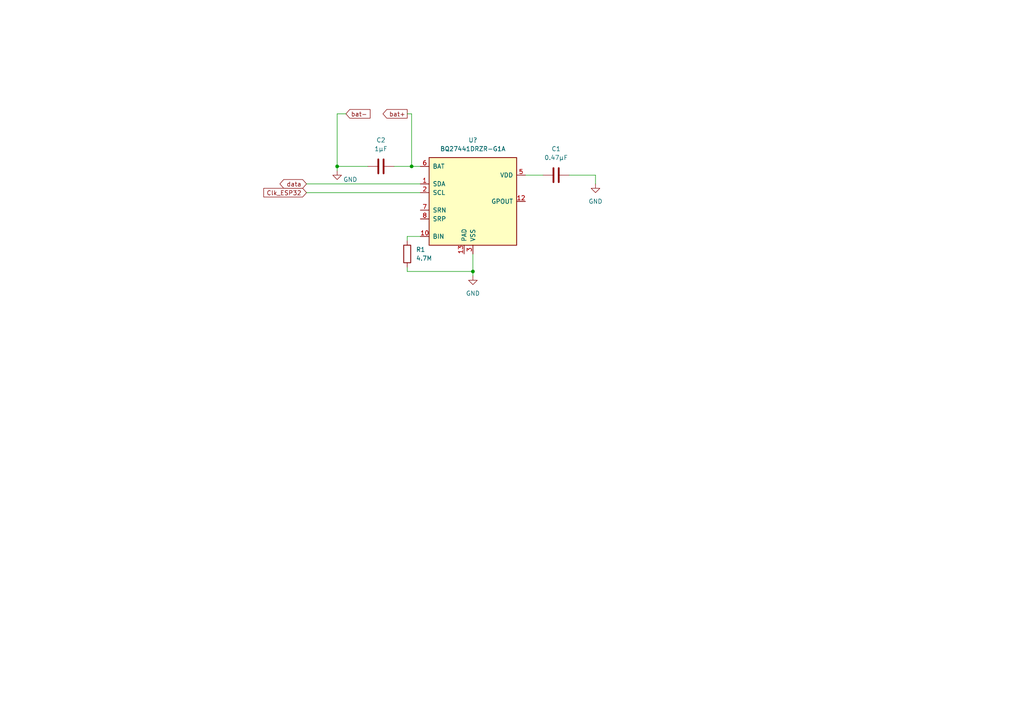
<source format=kicad_sch>
(kicad_sch (version 20211123) (generator eeschema)

  (uuid 6ddb0f44-d293-4b43-8be3-edf2c72eb57c)

  (paper "A4")

  (lib_symbols
    (symbol "Battery_Management:BQ27441DRZR-G1A" (pin_names (offset 1.016)) (in_bom yes) (on_board yes)
      (property "Reference" "U" (id 0) (at -5.08 15.875 0)
        (effects (font (size 1.27 1.27)) (justify right))
      )
      (property "Value" "BQ27441DRZR-G1A" (id 1) (at -5.08 13.97 0)
        (effects (font (size 1.27 1.27)) (justify right))
      )
      (property "Footprint" "Package_SON:Texas_S-PDSO-N12" (id 2) (at 6.35 -13.97 0)
        (effects (font (size 1.27 1.27)) (justify left) hide)
      )
      (property "Datasheet" "http://www.ti.com/lit/ds/symlink/bq27441-g1.pdf" (id 3) (at 5.08 5.08 0)
        (effects (font (size 1.27 1.27)) hide)
      )
      (property "ki_keywords" "Fuel Gauge" (id 4) (at 0 0 0)
        (effects (font (size 1.27 1.27)) hide)
      )
      (property "ki_description" "System Side Li Ion/Polymer Fuel Gauge, 4.2V, PDSON-12" (id 5) (at 0 0 0)
        (effects (font (size 1.27 1.27)) hide)
      )
      (property "ki_fp_filters" "*PDSO*N12*" (id 6) (at 0 0 0)
        (effects (font (size 1.27 1.27)) hide)
      )
      (symbol "BQ27441DRZR-G1A_0_1"
        (rectangle (start -12.7 12.7) (end 12.7 -12.7)
          (stroke (width 0.254) (type default) (color 0 0 0 0))
          (fill (type background))
        )
      )
      (symbol "BQ27441DRZR-G1A_1_1"
        (pin bidirectional line (at -15.24 5.08 0) (length 2.54)
          (name "SDA" (effects (font (size 1.27 1.27))))
          (number "1" (effects (font (size 1.27 1.27))))
        )
        (pin input line (at -15.24 -10.16 0) (length 2.54)
          (name "BIN" (effects (font (size 1.27 1.27))))
          (number "10" (effects (font (size 1.27 1.27))))
        )
        (pin no_connect line (at 10.16 -2.54 180) (length 2.54) hide
          (name "NC" (effects (font (size 1.27 1.27))))
          (number "11" (effects (font (size 1.27 1.27))))
        )
        (pin output line (at 15.24 0 180) (length 2.54)
          (name "GPOUT" (effects (font (size 1.27 1.27))))
          (number "12" (effects (font (size 1.27 1.27))))
        )
        (pin power_in line (at -2.54 -15.24 90) (length 2.54)
          (name "PAD" (effects (font (size 1.27 1.27))))
          (number "13" (effects (font (size 1.27 1.27))))
        )
        (pin input line (at -15.24 2.54 0) (length 2.54)
          (name "SCL" (effects (font (size 1.27 1.27))))
          (number "2" (effects (font (size 1.27 1.27))))
        )
        (pin power_in line (at 0 -15.24 90) (length 2.54)
          (name "VSS" (effects (font (size 1.27 1.27))))
          (number "3" (effects (font (size 1.27 1.27))))
        )
        (pin no_connect line (at 10.16 -7.62 180) (length 2.54) hide
          (name "NC" (effects (font (size 1.27 1.27))))
          (number "4" (effects (font (size 1.27 1.27))))
        )
        (pin power_out line (at 15.24 7.62 180) (length 2.54)
          (name "VDD" (effects (font (size 1.27 1.27))))
          (number "5" (effects (font (size 1.27 1.27))))
        )
        (pin power_in line (at -15.24 10.16 0) (length 2.54)
          (name "BAT" (effects (font (size 1.27 1.27))))
          (number "6" (effects (font (size 1.27 1.27))))
        )
        (pin input line (at -15.24 -2.54 0) (length 2.54)
          (name "SRN" (effects (font (size 1.27 1.27))))
          (number "7" (effects (font (size 1.27 1.27))))
        )
        (pin input line (at -15.24 -5.08 0) (length 2.54)
          (name "SRP" (effects (font (size 1.27 1.27))))
          (number "8" (effects (font (size 1.27 1.27))))
        )
        (pin no_connect line (at 10.16 -5.08 180) (length 2.54) hide
          (name "NC" (effects (font (size 1.27 1.27))))
          (number "9" (effects (font (size 1.27 1.27))))
        )
      )
    )
    (symbol "Device:C" (pin_numbers hide) (pin_names (offset 0.254)) (in_bom yes) (on_board yes)
      (property "Reference" "C" (id 0) (at 0.635 2.54 0)
        (effects (font (size 1.27 1.27)) (justify left))
      )
      (property "Value" "C" (id 1) (at 0.635 -2.54 0)
        (effects (font (size 1.27 1.27)) (justify left))
      )
      (property "Footprint" "" (id 2) (at 0.9652 -3.81 0)
        (effects (font (size 1.27 1.27)) hide)
      )
      (property "Datasheet" "~" (id 3) (at 0 0 0)
        (effects (font (size 1.27 1.27)) hide)
      )
      (property "ki_keywords" "cap capacitor" (id 4) (at 0 0 0)
        (effects (font (size 1.27 1.27)) hide)
      )
      (property "ki_description" "Unpolarized capacitor" (id 5) (at 0 0 0)
        (effects (font (size 1.27 1.27)) hide)
      )
      (property "ki_fp_filters" "C_*" (id 6) (at 0 0 0)
        (effects (font (size 1.27 1.27)) hide)
      )
      (symbol "C_0_1"
        (polyline
          (pts
            (xy -2.032 -0.762)
            (xy 2.032 -0.762)
          )
          (stroke (width 0.508) (type default) (color 0 0 0 0))
          (fill (type none))
        )
        (polyline
          (pts
            (xy -2.032 0.762)
            (xy 2.032 0.762)
          )
          (stroke (width 0.508) (type default) (color 0 0 0 0))
          (fill (type none))
        )
      )
      (symbol "C_1_1"
        (pin passive line (at 0 3.81 270) (length 2.794)
          (name "~" (effects (font (size 1.27 1.27))))
          (number "1" (effects (font (size 1.27 1.27))))
        )
        (pin passive line (at 0 -3.81 90) (length 2.794)
          (name "~" (effects (font (size 1.27 1.27))))
          (number "2" (effects (font (size 1.27 1.27))))
        )
      )
    )
    (symbol "Device:R" (pin_numbers hide) (pin_names (offset 0)) (in_bom yes) (on_board yes)
      (property "Reference" "R" (id 0) (at 2.032 0 90)
        (effects (font (size 1.27 1.27)))
      )
      (property "Value" "R" (id 1) (at 0 0 90)
        (effects (font (size 1.27 1.27)))
      )
      (property "Footprint" "" (id 2) (at -1.778 0 90)
        (effects (font (size 1.27 1.27)) hide)
      )
      (property "Datasheet" "~" (id 3) (at 0 0 0)
        (effects (font (size 1.27 1.27)) hide)
      )
      (property "ki_keywords" "R res resistor" (id 4) (at 0 0 0)
        (effects (font (size 1.27 1.27)) hide)
      )
      (property "ki_description" "Resistor" (id 5) (at 0 0 0)
        (effects (font (size 1.27 1.27)) hide)
      )
      (property "ki_fp_filters" "R_*" (id 6) (at 0 0 0)
        (effects (font (size 1.27 1.27)) hide)
      )
      (symbol "R_0_1"
        (rectangle (start -1.016 -2.54) (end 1.016 2.54)
          (stroke (width 0.254) (type default) (color 0 0 0 0))
          (fill (type none))
        )
      )
      (symbol "R_1_1"
        (pin passive line (at 0 3.81 270) (length 1.27)
          (name "~" (effects (font (size 1.27 1.27))))
          (number "1" (effects (font (size 1.27 1.27))))
        )
        (pin passive line (at 0 -3.81 90) (length 1.27)
          (name "~" (effects (font (size 1.27 1.27))))
          (number "2" (effects (font (size 1.27 1.27))))
        )
      )
    )
    (symbol "power:GND" (power) (pin_names (offset 0)) (in_bom yes) (on_board yes)
      (property "Reference" "#PWR" (id 0) (at 0 -6.35 0)
        (effects (font (size 1.27 1.27)) hide)
      )
      (property "Value" "GND" (id 1) (at 0 -3.81 0)
        (effects (font (size 1.27 1.27)))
      )
      (property "Footprint" "" (id 2) (at 0 0 0)
        (effects (font (size 1.27 1.27)) hide)
      )
      (property "Datasheet" "" (id 3) (at 0 0 0)
        (effects (font (size 1.27 1.27)) hide)
      )
      (property "ki_keywords" "global power" (id 4) (at 0 0 0)
        (effects (font (size 1.27 1.27)) hide)
      )
      (property "ki_description" "Power symbol creates a global label with name \"GND\" , ground" (id 5) (at 0 0 0)
        (effects (font (size 1.27 1.27)) hide)
      )
      (symbol "GND_0_1"
        (polyline
          (pts
            (xy 0 0)
            (xy 0 -1.27)
            (xy 1.27 -1.27)
            (xy 0 -2.54)
            (xy -1.27 -1.27)
            (xy 0 -1.27)
          )
          (stroke (width 0) (type default) (color 0 0 0 0))
          (fill (type none))
        )
      )
      (symbol "GND_1_1"
        (pin power_in line (at 0 0 270) (length 0) hide
          (name "GND" (effects (font (size 1.27 1.27))))
          (number "1" (effects (font (size 1.27 1.27))))
        )
      )
    )
  )

  (junction (at 119.38 48.26) (diameter 0) (color 0 0 0 0)
    (uuid 4619b3f9-8d70-4cd7-a74f-05f4a2206d80)
  )
  (junction (at 97.79 48.26) (diameter 0) (color 0 0 0 0)
    (uuid 60f95952-63fa-4496-8739-d87b0a04c2f9)
  )
  (junction (at 137.16 78.74) (diameter 0) (color 0 0 0 0)
    (uuid e00154c8-eb24-4b4e-9da0-f177eb29fb8c)
  )

  (wire (pts (xy 118.11 78.74) (xy 137.16 78.74))
    (stroke (width 0) (type default) (color 0 0 0 0))
    (uuid 0ca3e675-c6cb-43be-988a-f2385adb3bca)
  )
  (wire (pts (xy 88.9 55.88) (xy 121.92 55.88))
    (stroke (width 0) (type default) (color 0 0 0 0))
    (uuid 0ddae5f5-17d5-4f8b-a5f1-d00468c5cf5f)
  )
  (wire (pts (xy 121.92 68.58) (xy 118.11 68.58))
    (stroke (width 0) (type default) (color 0 0 0 0))
    (uuid 1cbd43ba-4a26-491f-b632-451d678ba699)
  )
  (wire (pts (xy 165.1 50.8) (xy 172.72 50.8))
    (stroke (width 0) (type default) (color 0 0 0 0))
    (uuid 1d3d7231-f3b2-4459-ba0f-69103bb2c196)
  )
  (wire (pts (xy 118.11 68.58) (xy 118.11 69.85))
    (stroke (width 0) (type default) (color 0 0 0 0))
    (uuid 3717b101-b13d-44ec-b026-167d7d18eb4e)
  )
  (wire (pts (xy 118.11 77.47) (xy 118.11 78.74))
    (stroke (width 0) (type default) (color 0 0 0 0))
    (uuid 59b11e84-861d-4ce4-86f8-7db70f860293)
  )
  (wire (pts (xy 118.11 33.02) (xy 119.38 33.02))
    (stroke (width 0) (type default) (color 0 0 0 0))
    (uuid 6360767c-cd3c-4743-b580-682df6195e62)
  )
  (wire (pts (xy 114.3 48.26) (xy 119.38 48.26))
    (stroke (width 0) (type default) (color 0 0 0 0))
    (uuid 716d7a81-9820-446b-a3da-011059ae8209)
  )
  (wire (pts (xy 172.72 50.8) (xy 172.72 53.34))
    (stroke (width 0) (type default) (color 0 0 0 0))
    (uuid 730bac82-084a-4a4d-bbed-c24e0f540a1b)
  )
  (wire (pts (xy 137.16 73.66) (xy 137.16 78.74))
    (stroke (width 0) (type default) (color 0 0 0 0))
    (uuid 7cfaa465-2ff1-46fa-9d27-cafb9b04dedd)
  )
  (wire (pts (xy 106.68 48.26) (xy 97.79 48.26))
    (stroke (width 0) (type default) (color 0 0 0 0))
    (uuid 939205b1-4d2c-4fde-a044-ecf3bc9f4264)
  )
  (wire (pts (xy 97.79 48.26) (xy 97.79 33.02))
    (stroke (width 0) (type default) (color 0 0 0 0))
    (uuid a65c8c7f-ced9-4eea-97e3-5adc42b08e91)
  )
  (wire (pts (xy 119.38 48.26) (xy 119.38 33.02))
    (stroke (width 0) (type default) (color 0 0 0 0))
    (uuid a8d74268-b616-4f22-a102-517a796db8ce)
  )
  (wire (pts (xy 97.79 48.26) (xy 97.79 49.53))
    (stroke (width 0) (type default) (color 0 0 0 0))
    (uuid b38a730f-66c8-4a7f-a5de-9c0ac3dbb5e0)
  )
  (wire (pts (xy 119.38 48.26) (xy 121.92 48.26))
    (stroke (width 0) (type default) (color 0 0 0 0))
    (uuid b4e2e273-eda3-495e-af0d-f3987e92f457)
  )
  (wire (pts (xy 152.4 50.8) (xy 157.48 50.8))
    (stroke (width 0) (type default) (color 0 0 0 0))
    (uuid bb3431cc-4a31-459a-a155-2755633772ca)
  )
  (wire (pts (xy 88.9 53.34) (xy 121.92 53.34))
    (stroke (width 0) (type default) (color 0 0 0 0))
    (uuid dc6e5a28-116e-41e7-9739-c878e1fde5d7)
  )
  (wire (pts (xy 137.16 78.74) (xy 137.16 80.01))
    (stroke (width 0) (type default) (color 0 0 0 0))
    (uuid e5d39e98-bf7b-4f33-b30c-63cd79fb3d73)
  )
  (wire (pts (xy 97.79 33.02) (xy 100.33 33.02))
    (stroke (width 0) (type default) (color 0 0 0 0))
    (uuid ee25a266-84cd-4959-ad71-4910063dcc9d)
  )

  (global_label "bat+" (shape output) (at 118.11 33.02 180) (fields_autoplaced)
    (effects (font (size 1.27 1.27)) (justify right))
    (uuid 007bffbb-67c7-46e7-87d0-9ad582eaf206)
    (property "Intersheet References" "${INTERSHEET_REFS}" (id 0) (at 111.1007 33.0994 0)
      (effects (font (size 1.27 1.27)) (justify right) hide)
    )
  )
  (global_label "data" (shape bidirectional) (at 88.9 53.34 180) (fields_autoplaced)
    (effects (font (size 1.27 1.27)) (justify right))
    (uuid 6d412a82-18c9-4c96-9ade-f4361fd12584)
    (property "Intersheet References" "${INTERSHEET_REFS}" (id 0) (at 82.314 53.4194 0)
      (effects (font (size 1.27 1.27)) (justify right) hide)
    )
  )
  (global_label "bat-" (shape input) (at 100.33 33.02 0) (fields_autoplaced)
    (effects (font (size 1.27 1.27)) (justify left))
    (uuid a4d8be01-adc9-4f11-b411-e9465a812ca0)
    (property "Intersheet References" "${INTERSHEET_REFS}" (id 0) (at 107.3393 32.9406 0)
      (effects (font (size 1.27 1.27)) (justify left) hide)
    )
  )
  (global_label "Clk_ESP32" (shape input) (at 88.9 55.88 180) (fields_autoplaced)
    (effects (font (size 1.27 1.27)) (justify right))
    (uuid ee7cd104-1514-402b-8c4f-7737b4f81928)
    (property "Intersheet References" "${INTERSHEET_REFS}" (id 0) (at 76.5083 55.9594 0)
      (effects (font (size 1.27 1.27)) (justify right) hide)
    )
  )

  (symbol (lib_id "power:GND") (at 172.72 53.34 0) (unit 1)
    (in_bom yes) (on_board yes) (fields_autoplaced)
    (uuid 1e5f884b-22bb-4e46-a03c-997d4492907f)
    (property "Reference" "#PWR?" (id 0) (at 172.72 59.69 0)
      (effects (font (size 1.27 1.27)) hide)
    )
    (property "Value" "GND" (id 1) (at 172.72 58.42 0))
    (property "Footprint" "" (id 2) (at 172.72 53.34 0)
      (effects (font (size 1.27 1.27)) hide)
    )
    (property "Datasheet" "" (id 3) (at 172.72 53.34 0)
      (effects (font (size 1.27 1.27)) hide)
    )
    (pin "1" (uuid 4ec2a805-cfe7-4387-acd2-832f8a7c696c))
  )

  (symbol (lib_id "power:GND") (at 137.16 80.01 0) (unit 1)
    (in_bom yes) (on_board yes) (fields_autoplaced)
    (uuid 38d5f539-2b26-4c6d-8fbc-21135ae75090)
    (property "Reference" "#PWR?" (id 0) (at 137.16 86.36 0)
      (effects (font (size 1.27 1.27)) hide)
    )
    (property "Value" "GND" (id 1) (at 137.16 85.09 0))
    (property "Footprint" "" (id 2) (at 137.16 80.01 0)
      (effects (font (size 1.27 1.27)) hide)
    )
    (property "Datasheet" "" (id 3) (at 137.16 80.01 0)
      (effects (font (size 1.27 1.27)) hide)
    )
    (pin "1" (uuid 281a6dc1-5877-4ffd-af49-6be1520ba37d))
  )

  (symbol (lib_id "Device:R") (at 118.11 73.66 180) (unit 1)
    (in_bom yes) (on_board yes) (fields_autoplaced)
    (uuid 53b75e27-8a04-4c57-adbf-14089a82837d)
    (property "Reference" "R1" (id 0) (at 120.65 72.3899 0)
      (effects (font (size 1.27 1.27)) (justify right))
    )
    (property "Value" "4.7M" (id 1) (at 120.65 74.9299 0)
      (effects (font (size 1.27 1.27)) (justify right))
    )
    (property "Footprint" "" (id 2) (at 119.888 73.66 90)
      (effects (font (size 1.27 1.27)) hide)
    )
    (property "Datasheet" "~" (id 3) (at 118.11 73.66 0)
      (effects (font (size 1.27 1.27)) hide)
    )
    (pin "1" (uuid f80d847c-56c8-41f5-b736-3eb631a0ef34))
    (pin "2" (uuid 1b5035f5-270e-47f6-9b06-72b1753c7948))
  )

  (symbol (lib_id "Battery_Management:BQ27441DRZR-G1A") (at 137.16 58.42 0) (unit 1)
    (in_bom yes) (on_board yes) (fields_autoplaced)
    (uuid 5dd25122-c093-4334-99be-1059f05ba234)
    (property "Reference" "U?" (id 0) (at 137.16 40.64 0))
    (property "Value" "BQ27441DRZR-G1A" (id 1) (at 137.16 43.18 0))
    (property "Footprint" "Package_SON:Texas_S-PDSO-N12" (id 2) (at 143.51 72.39 0)
      (effects (font (size 1.27 1.27)) (justify left) hide)
    )
    (property "Datasheet" "http://www.ti.com/lit/ds/symlink/bq27441-g1.pdf" (id 3) (at 142.24 53.34 0)
      (effects (font (size 1.27 1.27)) hide)
    )
    (pin "1" (uuid 651b0083-7ffe-4836-9f5a-f32ea575ff23))
    (pin "10" (uuid 26fc6ec4-55f6-4521-841c-490908f11ccf))
    (pin "11" (uuid 733a60f6-da88-435c-92e3-bf9995ba0331))
    (pin "12" (uuid 5bd736ea-073a-4e37-a4ac-bacd48504c42))
    (pin "13" (uuid 3e3306a7-1dea-4bfe-9e04-04eeb5c541ed))
    (pin "2" (uuid fba4da4a-76ca-400c-815f-8cbbb328ae7b))
    (pin "3" (uuid 0f9772dd-2fc7-431e-90c6-a0572d90b673))
    (pin "4" (uuid 37b8f5aa-995c-4427-ab12-b9dd6f9b847f))
    (pin "5" (uuid a1dbe95d-7d24-483c-abbf-662b3c9eeac8))
    (pin "6" (uuid 08409b23-4502-4897-9011-6a7dba9cf4e1))
    (pin "7" (uuid dd67287e-6f27-45bc-a240-e8b486513bd8))
    (pin "8" (uuid 92449df0-7b55-4aae-9bac-bdb3612e9bd9))
    (pin "9" (uuid 685d9820-ef35-41d0-b801-3866ec65d772))
  )

  (symbol (lib_id "Device:C") (at 161.29 50.8 90) (unit 1)
    (in_bom yes) (on_board yes) (fields_autoplaced)
    (uuid 79a43d5f-7481-4eb7-8483-1163bc945911)
    (property "Reference" "C1" (id 0) (at 161.29 43.18 90))
    (property "Value" "0.47µF" (id 1) (at 161.29 45.72 90))
    (property "Footprint" "" (id 2) (at 165.1 49.8348 0)
      (effects (font (size 1.27 1.27)) hide)
    )
    (property "Datasheet" "~" (id 3) (at 161.29 50.8 0)
      (effects (font (size 1.27 1.27)) hide)
    )
    (pin "1" (uuid 4bd4d5d2-d5b8-461e-8fb9-de137f9d3e9b))
    (pin "2" (uuid 068d1927-6bcc-4f14-aeae-6b645c83eecf))
  )

  (symbol (lib_id "Device:C") (at 110.49 48.26 90) (unit 1)
    (in_bom yes) (on_board yes) (fields_autoplaced)
    (uuid 932cb3d7-5f7e-4b95-8e97-052937088039)
    (property "Reference" "C2" (id 0) (at 110.49 40.64 90))
    (property "Value" "1µF" (id 1) (at 110.49 43.18 90))
    (property "Footprint" "" (id 2) (at 114.3 47.2948 0)
      (effects (font (size 1.27 1.27)) hide)
    )
    (property "Datasheet" "~" (id 3) (at 110.49 48.26 0)
      (effects (font (size 1.27 1.27)) hide)
    )
    (pin "1" (uuid de001b93-975c-4efa-aa83-6c4657f61f71))
    (pin "2" (uuid 99c8dced-03d5-40e7-a40f-57446232d9f1))
  )

  (symbol (lib_id "power:GND") (at 97.79 49.53 0) (unit 1)
    (in_bom yes) (on_board yes)
    (uuid b751859c-b354-4c7f-9091-88dc6a3e589d)
    (property "Reference" "#PWR?" (id 0) (at 97.79 55.88 0)
      (effects (font (size 1.27 1.27)) hide)
    )
    (property "Value" "GND" (id 1) (at 101.6 52.07 0))
    (property "Footprint" "" (id 2) (at 97.79 49.53 0)
      (effects (font (size 1.27 1.27)) hide)
    )
    (property "Datasheet" "" (id 3) (at 97.79 49.53 0)
      (effects (font (size 1.27 1.27)) hide)
    )
    (pin "1" (uuid 2a8a11c8-6609-4830-b658-a28c121dff69))
  )

  (sheet_instances
    (path "/" (page "1"))
  )

  (symbol_instances
    (path "/1e5f884b-22bb-4e46-a03c-997d4492907f"
      (reference "#PWR?") (unit 1) (value "GND") (footprint "")
    )
    (path "/38d5f539-2b26-4c6d-8fbc-21135ae75090"
      (reference "#PWR?") (unit 1) (value "GND") (footprint "")
    )
    (path "/b751859c-b354-4c7f-9091-88dc6a3e589d"
      (reference "#PWR?") (unit 1) (value "GND") (footprint "")
    )
    (path "/79a43d5f-7481-4eb7-8483-1163bc945911"
      (reference "C1") (unit 1) (value "0.47µF") (footprint "")
    )
    (path "/932cb3d7-5f7e-4b95-8e97-052937088039"
      (reference "C2") (unit 1) (value "1µF") (footprint "")
    )
    (path "/53b75e27-8a04-4c57-adbf-14089a82837d"
      (reference "R1") (unit 1) (value "4.7M") (footprint "")
    )
    (path "/5dd25122-c093-4334-99be-1059f05ba234"
      (reference "U?") (unit 1) (value "BQ27441DRZR-G1A") (footprint "Package_SON:Texas_S-PDSO-N12")
    )
  )
)

</source>
